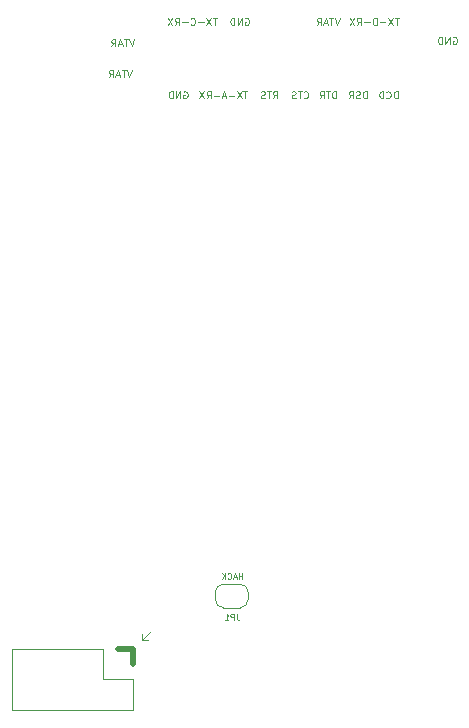
<source format=gbr>
%TF.GenerationSoftware,KiCad,Pcbnew,7.0.7*%
%TF.CreationDate,2024-05-31T12:22:19-07:00*%
%TF.ProjectId,Serberus,53657262-6572-4757-932e-6b696361645f,V2.2*%
%TF.SameCoordinates,Original*%
%TF.FileFunction,Legend,Bot*%
%TF.FilePolarity,Positive*%
%FSLAX46Y46*%
G04 Gerber Fmt 4.6, Leading zero omitted, Abs format (unit mm)*
G04 Created by KiCad (PCBNEW 7.0.7) date 2024-05-31 12:22:19*
%MOMM*%
%LPD*%
G01*
G04 APERTURE LIST*
%ADD10C,0.125000*%
%ADD11C,0.100000*%
%ADD12C,0.120000*%
%ADD13C,0.500000*%
G04 APERTURE END LIST*
D10*
X158257142Y-118424809D02*
X158257142Y-117924809D01*
X158257142Y-118162904D02*
X157971428Y-118162904D01*
X157971428Y-118424809D02*
X157971428Y-117924809D01*
X157757141Y-118281952D02*
X157519046Y-118281952D01*
X157804760Y-118424809D02*
X157638094Y-117924809D01*
X157638094Y-117924809D02*
X157471427Y-118424809D01*
X157019047Y-118377190D02*
X157042856Y-118401000D01*
X157042856Y-118401000D02*
X157114285Y-118424809D01*
X157114285Y-118424809D02*
X157161904Y-118424809D01*
X157161904Y-118424809D02*
X157233332Y-118401000D01*
X157233332Y-118401000D02*
X157280951Y-118353380D01*
X157280951Y-118353380D02*
X157304761Y-118305761D01*
X157304761Y-118305761D02*
X157328570Y-118210523D01*
X157328570Y-118210523D02*
X157328570Y-118139095D01*
X157328570Y-118139095D02*
X157304761Y-118043857D01*
X157304761Y-118043857D02*
X157280951Y-117996238D01*
X157280951Y-117996238D02*
X157233332Y-117948619D01*
X157233332Y-117948619D02*
X157161904Y-117924809D01*
X157161904Y-117924809D02*
X157114285Y-117924809D01*
X157114285Y-117924809D02*
X157042856Y-117948619D01*
X157042856Y-117948619D02*
X157019047Y-117972428D01*
X156804761Y-118424809D02*
X156804761Y-117924809D01*
X156519047Y-118424809D02*
X156733332Y-118139095D01*
X156519047Y-117924809D02*
X156804761Y-118210523D01*
D11*
X166477068Y-70921371D02*
X166277068Y-71521371D01*
X166277068Y-71521371D02*
X166077068Y-70921371D01*
X165962782Y-70921371D02*
X165619925Y-70921371D01*
X165791353Y-71521371D02*
X165791353Y-70921371D01*
X165448496Y-71349942D02*
X165162782Y-71349942D01*
X165505639Y-71521371D02*
X165305639Y-70921371D01*
X165305639Y-70921371D02*
X165105639Y-71521371D01*
X164562781Y-71521371D02*
X164762781Y-71235657D01*
X164905638Y-71521371D02*
X164905638Y-70921371D01*
X164905638Y-70921371D02*
X164677067Y-70921371D01*
X164677067Y-70921371D02*
X164619924Y-70949942D01*
X164619924Y-70949942D02*
X164591353Y-70978514D01*
X164591353Y-70978514D02*
X164562781Y-71035657D01*
X164562781Y-71035657D02*
X164562781Y-71121371D01*
X164562781Y-71121371D02*
X164591353Y-71178514D01*
X164591353Y-71178514D02*
X164619924Y-71207085D01*
X164619924Y-71207085D02*
X164677067Y-71235657D01*
X164677067Y-71235657D02*
X164905638Y-71235657D01*
X156077068Y-70921371D02*
X155734211Y-70921371D01*
X155905639Y-71521371D02*
X155905639Y-70921371D01*
X155591353Y-70921371D02*
X155191353Y-71521371D01*
X155191353Y-70921371D02*
X155591353Y-71521371D01*
X154962781Y-71292800D02*
X154505639Y-71292800D01*
X153877067Y-71464228D02*
X153905639Y-71492800D01*
X153905639Y-71492800D02*
X153991353Y-71521371D01*
X153991353Y-71521371D02*
X154048496Y-71521371D01*
X154048496Y-71521371D02*
X154134210Y-71492800D01*
X154134210Y-71492800D02*
X154191353Y-71435657D01*
X154191353Y-71435657D02*
X154219924Y-71378514D01*
X154219924Y-71378514D02*
X154248496Y-71264228D01*
X154248496Y-71264228D02*
X154248496Y-71178514D01*
X154248496Y-71178514D02*
X154219924Y-71064228D01*
X154219924Y-71064228D02*
X154191353Y-71007085D01*
X154191353Y-71007085D02*
X154134210Y-70949942D01*
X154134210Y-70949942D02*
X154048496Y-70921371D01*
X154048496Y-70921371D02*
X153991353Y-70921371D01*
X153991353Y-70921371D02*
X153905639Y-70949942D01*
X153905639Y-70949942D02*
X153877067Y-70978514D01*
X153619924Y-71292800D02*
X153162782Y-71292800D01*
X152534210Y-71521371D02*
X152734210Y-71235657D01*
X152877067Y-71521371D02*
X152877067Y-70921371D01*
X152877067Y-70921371D02*
X152648496Y-70921371D01*
X152648496Y-70921371D02*
X152591353Y-70949942D01*
X152591353Y-70949942D02*
X152562782Y-70978514D01*
X152562782Y-70978514D02*
X152534210Y-71035657D01*
X152534210Y-71035657D02*
X152534210Y-71121371D01*
X152534210Y-71121371D02*
X152562782Y-71178514D01*
X152562782Y-71178514D02*
X152591353Y-71207085D01*
X152591353Y-71207085D02*
X152648496Y-71235657D01*
X152648496Y-71235657D02*
X152877067Y-71235657D01*
X152334210Y-70921371D02*
X151934210Y-71521371D01*
X151934210Y-70921371D02*
X152334210Y-71521371D01*
X176077068Y-72549942D02*
X176134211Y-72521371D01*
X176134211Y-72521371D02*
X176219925Y-72521371D01*
X176219925Y-72521371D02*
X176305639Y-72549942D01*
X176305639Y-72549942D02*
X176362782Y-72607085D01*
X176362782Y-72607085D02*
X176391353Y-72664228D01*
X176391353Y-72664228D02*
X176419925Y-72778514D01*
X176419925Y-72778514D02*
X176419925Y-72864228D01*
X176419925Y-72864228D02*
X176391353Y-72978514D01*
X176391353Y-72978514D02*
X176362782Y-73035657D01*
X176362782Y-73035657D02*
X176305639Y-73092800D01*
X176305639Y-73092800D02*
X176219925Y-73121371D01*
X176219925Y-73121371D02*
X176162782Y-73121371D01*
X176162782Y-73121371D02*
X176077068Y-73092800D01*
X176077068Y-73092800D02*
X176048496Y-73064228D01*
X176048496Y-73064228D02*
X176048496Y-72864228D01*
X176048496Y-72864228D02*
X176162782Y-72864228D01*
X175791353Y-73121371D02*
X175791353Y-72521371D01*
X175791353Y-72521371D02*
X175448496Y-73121371D01*
X175448496Y-73121371D02*
X175448496Y-72521371D01*
X175162782Y-73121371D02*
X175162782Y-72521371D01*
X175162782Y-72521371D02*
X175019925Y-72521371D01*
X175019925Y-72521371D02*
X174934211Y-72549942D01*
X174934211Y-72549942D02*
X174877068Y-72607085D01*
X174877068Y-72607085D02*
X174848497Y-72664228D01*
X174848497Y-72664228D02*
X174819925Y-72778514D01*
X174819925Y-72778514D02*
X174819925Y-72864228D01*
X174819925Y-72864228D02*
X174848497Y-72978514D01*
X174848497Y-72978514D02*
X174877068Y-73035657D01*
X174877068Y-73035657D02*
X174934211Y-73092800D01*
X174934211Y-73092800D02*
X175019925Y-73121371D01*
X175019925Y-73121371D02*
X175162782Y-73121371D01*
X166191353Y-77721371D02*
X166191353Y-77121371D01*
X166191353Y-77121371D02*
X166048496Y-77121371D01*
X166048496Y-77121371D02*
X165962782Y-77149942D01*
X165962782Y-77149942D02*
X165905639Y-77207085D01*
X165905639Y-77207085D02*
X165877068Y-77264228D01*
X165877068Y-77264228D02*
X165848496Y-77378514D01*
X165848496Y-77378514D02*
X165848496Y-77464228D01*
X165848496Y-77464228D02*
X165877068Y-77578514D01*
X165877068Y-77578514D02*
X165905639Y-77635657D01*
X165905639Y-77635657D02*
X165962782Y-77692800D01*
X165962782Y-77692800D02*
X166048496Y-77721371D01*
X166048496Y-77721371D02*
X166191353Y-77721371D01*
X165677068Y-77121371D02*
X165334211Y-77121371D01*
X165505639Y-77721371D02*
X165505639Y-77121371D01*
X164791353Y-77721371D02*
X164991353Y-77435657D01*
X165134210Y-77721371D02*
X165134210Y-77121371D01*
X165134210Y-77121371D02*
X164905639Y-77121371D01*
X164905639Y-77121371D02*
X164848496Y-77149942D01*
X164848496Y-77149942D02*
X164819925Y-77178514D01*
X164819925Y-77178514D02*
X164791353Y-77235657D01*
X164791353Y-77235657D02*
X164791353Y-77321371D01*
X164791353Y-77321371D02*
X164819925Y-77378514D01*
X164819925Y-77378514D02*
X164848496Y-77407085D01*
X164848496Y-77407085D02*
X164905639Y-77435657D01*
X164905639Y-77435657D02*
X165134210Y-77435657D01*
X171477068Y-70921371D02*
X171134211Y-70921371D01*
X171305639Y-71521371D02*
X171305639Y-70921371D01*
X170991353Y-70921371D02*
X170591353Y-71521371D01*
X170591353Y-70921371D02*
X170991353Y-71521371D01*
X170362781Y-71292800D02*
X169905639Y-71292800D01*
X169619924Y-71521371D02*
X169619924Y-70921371D01*
X169619924Y-70921371D02*
X169477067Y-70921371D01*
X169477067Y-70921371D02*
X169391353Y-70949942D01*
X169391353Y-70949942D02*
X169334210Y-71007085D01*
X169334210Y-71007085D02*
X169305639Y-71064228D01*
X169305639Y-71064228D02*
X169277067Y-71178514D01*
X169277067Y-71178514D02*
X169277067Y-71264228D01*
X169277067Y-71264228D02*
X169305639Y-71378514D01*
X169305639Y-71378514D02*
X169334210Y-71435657D01*
X169334210Y-71435657D02*
X169391353Y-71492800D01*
X169391353Y-71492800D02*
X169477067Y-71521371D01*
X169477067Y-71521371D02*
X169619924Y-71521371D01*
X169019924Y-71292800D02*
X168562782Y-71292800D01*
X167934210Y-71521371D02*
X168134210Y-71235657D01*
X168277067Y-71521371D02*
X168277067Y-70921371D01*
X168277067Y-70921371D02*
X168048496Y-70921371D01*
X168048496Y-70921371D02*
X167991353Y-70949942D01*
X167991353Y-70949942D02*
X167962782Y-70978514D01*
X167962782Y-70978514D02*
X167934210Y-71035657D01*
X167934210Y-71035657D02*
X167934210Y-71121371D01*
X167934210Y-71121371D02*
X167962782Y-71178514D01*
X167962782Y-71178514D02*
X167991353Y-71207085D01*
X167991353Y-71207085D02*
X168048496Y-71235657D01*
X168048496Y-71235657D02*
X168277067Y-71235657D01*
X167734210Y-70921371D02*
X167334210Y-71521371D01*
X167334210Y-70921371D02*
X167734210Y-71521371D01*
X148877068Y-75321371D02*
X148677068Y-75921371D01*
X148677068Y-75921371D02*
X148477068Y-75321371D01*
X148362782Y-75321371D02*
X148019925Y-75321371D01*
X148191353Y-75921371D02*
X148191353Y-75321371D01*
X147848496Y-75749942D02*
X147562782Y-75749942D01*
X147905639Y-75921371D02*
X147705639Y-75321371D01*
X147705639Y-75321371D02*
X147505639Y-75921371D01*
X146962781Y-75921371D02*
X147162781Y-75635657D01*
X147305638Y-75921371D02*
X147305638Y-75321371D01*
X147305638Y-75321371D02*
X147077067Y-75321371D01*
X147077067Y-75321371D02*
X147019924Y-75349942D01*
X147019924Y-75349942D02*
X146991353Y-75378514D01*
X146991353Y-75378514D02*
X146962781Y-75435657D01*
X146962781Y-75435657D02*
X146962781Y-75521371D01*
X146962781Y-75521371D02*
X146991353Y-75578514D01*
X146991353Y-75578514D02*
X147019924Y-75607085D01*
X147019924Y-75607085D02*
X147077067Y-75635657D01*
X147077067Y-75635657D02*
X147305638Y-75635657D01*
X171391353Y-77721371D02*
X171391353Y-77121371D01*
X171391353Y-77121371D02*
X171248496Y-77121371D01*
X171248496Y-77121371D02*
X171162782Y-77149942D01*
X171162782Y-77149942D02*
X171105639Y-77207085D01*
X171105639Y-77207085D02*
X171077068Y-77264228D01*
X171077068Y-77264228D02*
X171048496Y-77378514D01*
X171048496Y-77378514D02*
X171048496Y-77464228D01*
X171048496Y-77464228D02*
X171077068Y-77578514D01*
X171077068Y-77578514D02*
X171105639Y-77635657D01*
X171105639Y-77635657D02*
X171162782Y-77692800D01*
X171162782Y-77692800D02*
X171248496Y-77721371D01*
X171248496Y-77721371D02*
X171391353Y-77721371D01*
X170448496Y-77664228D02*
X170477068Y-77692800D01*
X170477068Y-77692800D02*
X170562782Y-77721371D01*
X170562782Y-77721371D02*
X170619925Y-77721371D01*
X170619925Y-77721371D02*
X170705639Y-77692800D01*
X170705639Y-77692800D02*
X170762782Y-77635657D01*
X170762782Y-77635657D02*
X170791353Y-77578514D01*
X170791353Y-77578514D02*
X170819925Y-77464228D01*
X170819925Y-77464228D02*
X170819925Y-77378514D01*
X170819925Y-77378514D02*
X170791353Y-77264228D01*
X170791353Y-77264228D02*
X170762782Y-77207085D01*
X170762782Y-77207085D02*
X170705639Y-77149942D01*
X170705639Y-77149942D02*
X170619925Y-77121371D01*
X170619925Y-77121371D02*
X170562782Y-77121371D01*
X170562782Y-77121371D02*
X170477068Y-77149942D01*
X170477068Y-77149942D02*
X170448496Y-77178514D01*
X170191353Y-77721371D02*
X170191353Y-77121371D01*
X170191353Y-77121371D02*
X170048496Y-77121371D01*
X170048496Y-77121371D02*
X169962782Y-77149942D01*
X169962782Y-77149942D02*
X169905639Y-77207085D01*
X169905639Y-77207085D02*
X169877068Y-77264228D01*
X169877068Y-77264228D02*
X169848496Y-77378514D01*
X169848496Y-77378514D02*
X169848496Y-77464228D01*
X169848496Y-77464228D02*
X169877068Y-77578514D01*
X169877068Y-77578514D02*
X169905639Y-77635657D01*
X169905639Y-77635657D02*
X169962782Y-77692800D01*
X169962782Y-77692800D02*
X170048496Y-77721371D01*
X170048496Y-77721371D02*
X170191353Y-77721371D01*
X160848496Y-77721371D02*
X161048496Y-77435657D01*
X161191353Y-77721371D02*
X161191353Y-77121371D01*
X161191353Y-77121371D02*
X160962782Y-77121371D01*
X160962782Y-77121371D02*
X160905639Y-77149942D01*
X160905639Y-77149942D02*
X160877068Y-77178514D01*
X160877068Y-77178514D02*
X160848496Y-77235657D01*
X160848496Y-77235657D02*
X160848496Y-77321371D01*
X160848496Y-77321371D02*
X160877068Y-77378514D01*
X160877068Y-77378514D02*
X160905639Y-77407085D01*
X160905639Y-77407085D02*
X160962782Y-77435657D01*
X160962782Y-77435657D02*
X161191353Y-77435657D01*
X160677068Y-77121371D02*
X160334211Y-77121371D01*
X160505639Y-77721371D02*
X160505639Y-77121371D01*
X160162782Y-77692800D02*
X160077068Y-77721371D01*
X160077068Y-77721371D02*
X159934210Y-77721371D01*
X159934210Y-77721371D02*
X159877068Y-77692800D01*
X159877068Y-77692800D02*
X159848496Y-77664228D01*
X159848496Y-77664228D02*
X159819925Y-77607085D01*
X159819925Y-77607085D02*
X159819925Y-77549942D01*
X159819925Y-77549942D02*
X159848496Y-77492800D01*
X159848496Y-77492800D02*
X159877068Y-77464228D01*
X159877068Y-77464228D02*
X159934210Y-77435657D01*
X159934210Y-77435657D02*
X160048496Y-77407085D01*
X160048496Y-77407085D02*
X160105639Y-77378514D01*
X160105639Y-77378514D02*
X160134210Y-77349942D01*
X160134210Y-77349942D02*
X160162782Y-77292800D01*
X160162782Y-77292800D02*
X160162782Y-77235657D01*
X160162782Y-77235657D02*
X160134210Y-77178514D01*
X160134210Y-77178514D02*
X160105639Y-77149942D01*
X160105639Y-77149942D02*
X160048496Y-77121371D01*
X160048496Y-77121371D02*
X159905639Y-77121371D01*
X159905639Y-77121371D02*
X159819925Y-77149942D01*
X153277068Y-77149942D02*
X153334211Y-77121371D01*
X153334211Y-77121371D02*
X153419925Y-77121371D01*
X153419925Y-77121371D02*
X153505639Y-77149942D01*
X153505639Y-77149942D02*
X153562782Y-77207085D01*
X153562782Y-77207085D02*
X153591353Y-77264228D01*
X153591353Y-77264228D02*
X153619925Y-77378514D01*
X153619925Y-77378514D02*
X153619925Y-77464228D01*
X153619925Y-77464228D02*
X153591353Y-77578514D01*
X153591353Y-77578514D02*
X153562782Y-77635657D01*
X153562782Y-77635657D02*
X153505639Y-77692800D01*
X153505639Y-77692800D02*
X153419925Y-77721371D01*
X153419925Y-77721371D02*
X153362782Y-77721371D01*
X153362782Y-77721371D02*
X153277068Y-77692800D01*
X153277068Y-77692800D02*
X153248496Y-77664228D01*
X153248496Y-77664228D02*
X153248496Y-77464228D01*
X153248496Y-77464228D02*
X153362782Y-77464228D01*
X152991353Y-77721371D02*
X152991353Y-77121371D01*
X152991353Y-77121371D02*
X152648496Y-77721371D01*
X152648496Y-77721371D02*
X152648496Y-77121371D01*
X152362782Y-77721371D02*
X152362782Y-77121371D01*
X152362782Y-77121371D02*
X152219925Y-77121371D01*
X152219925Y-77121371D02*
X152134211Y-77149942D01*
X152134211Y-77149942D02*
X152077068Y-77207085D01*
X152077068Y-77207085D02*
X152048497Y-77264228D01*
X152048497Y-77264228D02*
X152019925Y-77378514D01*
X152019925Y-77378514D02*
X152019925Y-77464228D01*
X152019925Y-77464228D02*
X152048497Y-77578514D01*
X152048497Y-77578514D02*
X152077068Y-77635657D01*
X152077068Y-77635657D02*
X152134211Y-77692800D01*
X152134211Y-77692800D02*
X152219925Y-77721371D01*
X152219925Y-77721371D02*
X152362782Y-77721371D01*
X149077068Y-72721371D02*
X148877068Y-73321371D01*
X148877068Y-73321371D02*
X148677068Y-72721371D01*
X148562782Y-72721371D02*
X148219925Y-72721371D01*
X148391353Y-73321371D02*
X148391353Y-72721371D01*
X148048496Y-73149942D02*
X147762782Y-73149942D01*
X148105639Y-73321371D02*
X147905639Y-72721371D01*
X147905639Y-72721371D02*
X147705639Y-73321371D01*
X147162781Y-73321371D02*
X147362781Y-73035657D01*
X147505638Y-73321371D02*
X147505638Y-72721371D01*
X147505638Y-72721371D02*
X147277067Y-72721371D01*
X147277067Y-72721371D02*
X147219924Y-72749942D01*
X147219924Y-72749942D02*
X147191353Y-72778514D01*
X147191353Y-72778514D02*
X147162781Y-72835657D01*
X147162781Y-72835657D02*
X147162781Y-72921371D01*
X147162781Y-72921371D02*
X147191353Y-72978514D01*
X147191353Y-72978514D02*
X147219924Y-73007085D01*
X147219924Y-73007085D02*
X147277067Y-73035657D01*
X147277067Y-73035657D02*
X147505638Y-73035657D01*
X163448496Y-77664228D02*
X163477068Y-77692800D01*
X163477068Y-77692800D02*
X163562782Y-77721371D01*
X163562782Y-77721371D02*
X163619925Y-77721371D01*
X163619925Y-77721371D02*
X163705639Y-77692800D01*
X163705639Y-77692800D02*
X163762782Y-77635657D01*
X163762782Y-77635657D02*
X163791353Y-77578514D01*
X163791353Y-77578514D02*
X163819925Y-77464228D01*
X163819925Y-77464228D02*
X163819925Y-77378514D01*
X163819925Y-77378514D02*
X163791353Y-77264228D01*
X163791353Y-77264228D02*
X163762782Y-77207085D01*
X163762782Y-77207085D02*
X163705639Y-77149942D01*
X163705639Y-77149942D02*
X163619925Y-77121371D01*
X163619925Y-77121371D02*
X163562782Y-77121371D01*
X163562782Y-77121371D02*
X163477068Y-77149942D01*
X163477068Y-77149942D02*
X163448496Y-77178514D01*
X163277068Y-77121371D02*
X162934211Y-77121371D01*
X163105639Y-77721371D02*
X163105639Y-77121371D01*
X162762782Y-77692800D02*
X162677068Y-77721371D01*
X162677068Y-77721371D02*
X162534210Y-77721371D01*
X162534210Y-77721371D02*
X162477068Y-77692800D01*
X162477068Y-77692800D02*
X162448496Y-77664228D01*
X162448496Y-77664228D02*
X162419925Y-77607085D01*
X162419925Y-77607085D02*
X162419925Y-77549942D01*
X162419925Y-77549942D02*
X162448496Y-77492800D01*
X162448496Y-77492800D02*
X162477068Y-77464228D01*
X162477068Y-77464228D02*
X162534210Y-77435657D01*
X162534210Y-77435657D02*
X162648496Y-77407085D01*
X162648496Y-77407085D02*
X162705639Y-77378514D01*
X162705639Y-77378514D02*
X162734210Y-77349942D01*
X162734210Y-77349942D02*
X162762782Y-77292800D01*
X162762782Y-77292800D02*
X162762782Y-77235657D01*
X162762782Y-77235657D02*
X162734210Y-77178514D01*
X162734210Y-77178514D02*
X162705639Y-77149942D01*
X162705639Y-77149942D02*
X162648496Y-77121371D01*
X162648496Y-77121371D02*
X162505639Y-77121371D01*
X162505639Y-77121371D02*
X162419925Y-77149942D01*
X158477068Y-70949942D02*
X158534211Y-70921371D01*
X158534211Y-70921371D02*
X158619925Y-70921371D01*
X158619925Y-70921371D02*
X158705639Y-70949942D01*
X158705639Y-70949942D02*
X158762782Y-71007085D01*
X158762782Y-71007085D02*
X158791353Y-71064228D01*
X158791353Y-71064228D02*
X158819925Y-71178514D01*
X158819925Y-71178514D02*
X158819925Y-71264228D01*
X158819925Y-71264228D02*
X158791353Y-71378514D01*
X158791353Y-71378514D02*
X158762782Y-71435657D01*
X158762782Y-71435657D02*
X158705639Y-71492800D01*
X158705639Y-71492800D02*
X158619925Y-71521371D01*
X158619925Y-71521371D02*
X158562782Y-71521371D01*
X158562782Y-71521371D02*
X158477068Y-71492800D01*
X158477068Y-71492800D02*
X158448496Y-71464228D01*
X158448496Y-71464228D02*
X158448496Y-71264228D01*
X158448496Y-71264228D02*
X158562782Y-71264228D01*
X158191353Y-71521371D02*
X158191353Y-70921371D01*
X158191353Y-70921371D02*
X157848496Y-71521371D01*
X157848496Y-71521371D02*
X157848496Y-70921371D01*
X157562782Y-71521371D02*
X157562782Y-70921371D01*
X157562782Y-70921371D02*
X157419925Y-70921371D01*
X157419925Y-70921371D02*
X157334211Y-70949942D01*
X157334211Y-70949942D02*
X157277068Y-71007085D01*
X157277068Y-71007085D02*
X157248497Y-71064228D01*
X157248497Y-71064228D02*
X157219925Y-71178514D01*
X157219925Y-71178514D02*
X157219925Y-71264228D01*
X157219925Y-71264228D02*
X157248497Y-71378514D01*
X157248497Y-71378514D02*
X157277068Y-71435657D01*
X157277068Y-71435657D02*
X157334211Y-71492800D01*
X157334211Y-71492800D02*
X157419925Y-71521371D01*
X157419925Y-71521371D02*
X157562782Y-71521371D01*
X158677068Y-77121371D02*
X158334211Y-77121371D01*
X158505639Y-77721371D02*
X158505639Y-77121371D01*
X158191353Y-77121371D02*
X157791353Y-77721371D01*
X157791353Y-77121371D02*
X158191353Y-77721371D01*
X157562781Y-77492800D02*
X157105639Y-77492800D01*
X156848496Y-77549942D02*
X156562782Y-77549942D01*
X156905639Y-77721371D02*
X156705639Y-77121371D01*
X156705639Y-77121371D02*
X156505639Y-77721371D01*
X156305638Y-77492800D02*
X155848496Y-77492800D01*
X155219924Y-77721371D02*
X155419924Y-77435657D01*
X155562781Y-77721371D02*
X155562781Y-77121371D01*
X155562781Y-77121371D02*
X155334210Y-77121371D01*
X155334210Y-77121371D02*
X155277067Y-77149942D01*
X155277067Y-77149942D02*
X155248496Y-77178514D01*
X155248496Y-77178514D02*
X155219924Y-77235657D01*
X155219924Y-77235657D02*
X155219924Y-77321371D01*
X155219924Y-77321371D02*
X155248496Y-77378514D01*
X155248496Y-77378514D02*
X155277067Y-77407085D01*
X155277067Y-77407085D02*
X155334210Y-77435657D01*
X155334210Y-77435657D02*
X155562781Y-77435657D01*
X155019924Y-77121371D02*
X154619924Y-77721371D01*
X154619924Y-77121371D02*
X155019924Y-77721371D01*
X168791353Y-77721371D02*
X168791353Y-77121371D01*
X168791353Y-77121371D02*
X168648496Y-77121371D01*
X168648496Y-77121371D02*
X168562782Y-77149942D01*
X168562782Y-77149942D02*
X168505639Y-77207085D01*
X168505639Y-77207085D02*
X168477068Y-77264228D01*
X168477068Y-77264228D02*
X168448496Y-77378514D01*
X168448496Y-77378514D02*
X168448496Y-77464228D01*
X168448496Y-77464228D02*
X168477068Y-77578514D01*
X168477068Y-77578514D02*
X168505639Y-77635657D01*
X168505639Y-77635657D02*
X168562782Y-77692800D01*
X168562782Y-77692800D02*
X168648496Y-77721371D01*
X168648496Y-77721371D02*
X168791353Y-77721371D01*
X168219925Y-77692800D02*
X168134211Y-77721371D01*
X168134211Y-77721371D02*
X167991353Y-77721371D01*
X167991353Y-77721371D02*
X167934211Y-77692800D01*
X167934211Y-77692800D02*
X167905639Y-77664228D01*
X167905639Y-77664228D02*
X167877068Y-77607085D01*
X167877068Y-77607085D02*
X167877068Y-77549942D01*
X167877068Y-77549942D02*
X167905639Y-77492800D01*
X167905639Y-77492800D02*
X167934211Y-77464228D01*
X167934211Y-77464228D02*
X167991353Y-77435657D01*
X167991353Y-77435657D02*
X168105639Y-77407085D01*
X168105639Y-77407085D02*
X168162782Y-77378514D01*
X168162782Y-77378514D02*
X168191353Y-77349942D01*
X168191353Y-77349942D02*
X168219925Y-77292800D01*
X168219925Y-77292800D02*
X168219925Y-77235657D01*
X168219925Y-77235657D02*
X168191353Y-77178514D01*
X168191353Y-77178514D02*
X168162782Y-77149942D01*
X168162782Y-77149942D02*
X168105639Y-77121371D01*
X168105639Y-77121371D02*
X167962782Y-77121371D01*
X167962782Y-77121371D02*
X167877068Y-77149942D01*
X167277067Y-77721371D02*
X167477067Y-77435657D01*
X167619924Y-77721371D02*
X167619924Y-77121371D01*
X167619924Y-77121371D02*
X167391353Y-77121371D01*
X167391353Y-77121371D02*
X167334210Y-77149942D01*
X167334210Y-77149942D02*
X167305639Y-77178514D01*
X167305639Y-77178514D02*
X167277067Y-77235657D01*
X167277067Y-77235657D02*
X167277067Y-77321371D01*
X167277067Y-77321371D02*
X167305639Y-77378514D01*
X167305639Y-77378514D02*
X167334210Y-77407085D01*
X167334210Y-77407085D02*
X167391353Y-77435657D01*
X167391353Y-77435657D02*
X167619924Y-77435657D01*
D10*
X157766666Y-121374809D02*
X157766666Y-121731952D01*
X157766666Y-121731952D02*
X157790475Y-121803380D01*
X157790475Y-121803380D02*
X157838094Y-121851000D01*
X157838094Y-121851000D02*
X157909523Y-121874809D01*
X157909523Y-121874809D02*
X157957142Y-121874809D01*
X157528571Y-121874809D02*
X157528571Y-121374809D01*
X157528571Y-121374809D02*
X157338095Y-121374809D01*
X157338095Y-121374809D02*
X157290476Y-121398619D01*
X157290476Y-121398619D02*
X157266666Y-121422428D01*
X157266666Y-121422428D02*
X157242857Y-121470047D01*
X157242857Y-121470047D02*
X157242857Y-121541476D01*
X157242857Y-121541476D02*
X157266666Y-121589095D01*
X157266666Y-121589095D02*
X157290476Y-121612904D01*
X157290476Y-121612904D02*
X157338095Y-121636714D01*
X157338095Y-121636714D02*
X157528571Y-121636714D01*
X156766666Y-121874809D02*
X157052380Y-121874809D01*
X156909523Y-121874809D02*
X156909523Y-121374809D01*
X156909523Y-121374809D02*
X156957142Y-121446238D01*
X156957142Y-121446238D02*
X157004761Y-121493857D01*
X157004761Y-121493857D02*
X157052380Y-121517666D01*
D12*
%TO.C,J5*%
X149717500Y-123099500D02*
X149717500Y-123607500D01*
X149717500Y-123607500D02*
X150479500Y-122845500D01*
X149717500Y-123607500D02*
X150225500Y-123607500D01*
D13*
X149015500Y-124309500D02*
X149015500Y-125639500D01*
X147685500Y-124309500D02*
X149015500Y-124309500D01*
D12*
X146415500Y-124309500D02*
X138735500Y-124309500D01*
X146415500Y-124309500D02*
X146415500Y-126909500D01*
X138735500Y-124309500D02*
X138735500Y-129509500D01*
X149015500Y-126909500D02*
X149015500Y-129509500D01*
X146415500Y-126909500D02*
X149015500Y-126909500D01*
X149015500Y-129509500D02*
X138735500Y-129509500D01*
%TO.C,JP1*%
X155950000Y-119550000D02*
X155950000Y-120150000D01*
X156650000Y-120850000D02*
X158050000Y-120850000D01*
X158050000Y-118850000D02*
X156650000Y-118850000D01*
X158750000Y-120150000D02*
X158750000Y-119550000D01*
X156650000Y-118850000D02*
G75*
G03*
X155950000Y-119550000I-1J-699999D01*
G01*
X155950000Y-120150000D02*
G75*
G03*
X156650000Y-120850000I699999J-1D01*
G01*
X158750000Y-119550000D02*
G75*
G03*
X158050000Y-118850000I-700000J0D01*
G01*
X158050000Y-120850000D02*
G75*
G03*
X158750000Y-120150000I0J700000D01*
G01*
%TD*%
M02*

</source>
